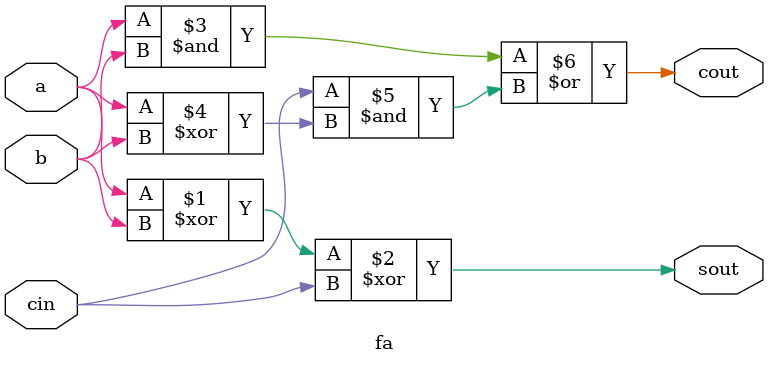
<source format=v>
module fa(sout,cout,a,b,cin);
	input a,b,cin;
	output sout,cout;
	assign sout=a^b^cin;
	assign cout=(a&b)|(cin&(a^b));
endmodule
</source>
